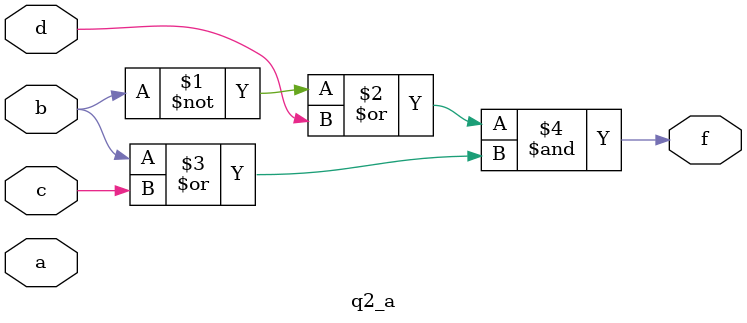
<source format=v>
module q2_a(a,b,c,d,f);
    input a,b,c,d;
    output f;
    assign f = (~b|d)&(b|c);
endmodule 
</source>
